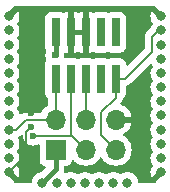
<source format=gtl>
%TF.GenerationSoftware,KiCad,Pcbnew,8.0.0*%
%TF.CreationDate,2024-03-20T21:34:19+01:00*%
%TF.ProjectId,BAT_SWD-Adapterboard,4241545f-5357-4442-9d41-646170746572,rev?*%
%TF.SameCoordinates,Original*%
%TF.FileFunction,Copper,L1,Top*%
%TF.FilePolarity,Positive*%
%FSLAX46Y46*%
G04 Gerber Fmt 4.6, Leading zero omitted, Abs format (unit mm)*
G04 Created by KiCad (PCBNEW 8.0.0) date 2024-03-20 21:34:19*
%MOMM*%
%LPD*%
G01*
G04 APERTURE LIST*
%TA.AperFunction,ComponentPad*%
%ADD10R,1.700000X1.700000*%
%TD*%
%TA.AperFunction,ComponentPad*%
%ADD11O,1.700000X1.700000*%
%TD*%
%TA.AperFunction,ComponentPad*%
%ADD12C,0.800000*%
%TD*%
%TA.AperFunction,SMDPad,CuDef*%
%ADD13R,0.760000X2.400000*%
%TD*%
%TA.AperFunction,ViaPad*%
%ADD14C,0.600000*%
%TD*%
%TA.AperFunction,Conductor*%
%ADD15C,0.200000*%
%TD*%
%TA.AperFunction,Conductor*%
%ADD16C,0.400000*%
%TD*%
G04 APERTURE END LIST*
D10*
%TO.P,J1,1,Pin_1*%
%TO.N,VCC*%
X172275000Y-81875000D03*
D11*
%TO.P,J1,2,Pin_2*%
%TO.N,/SWDIO*%
X172275000Y-79335000D03*
%TO.P,J1,3,Pin_3*%
%TO.N,/SWCLK*%
X174815000Y-81875000D03*
%TO.P,J1,4,Pin_4*%
%TO.N,/SWO*%
X174815000Y-79335000D03*
%TO.P,J1,5,Pin_5*%
%TO.N,/Reset*%
X177355000Y-81875000D03*
%TO.P,J1,6,Pin_6*%
%TO.N,GND*%
X177355000Y-79335000D03*
%TD*%
D12*
%TO.P,J3,31,Pin_31*%
%TO.N,GND*%
X181200000Y-70570200D03*
%TO.P,J3,30,Pin_30*%
%TO.N,/Reset*%
X181200000Y-71770200D03*
%TO.P,J3,29,Pin_29*%
%TO.N,unconnected-(J3-Pin_29-Pad29)*%
X181200000Y-72970200D03*
%TO.P,J3,28,Pin_28*%
%TO.N,unconnected-(J3-Pin_28-Pad28)*%
X181200000Y-74170200D03*
%TO.P,J3,27,Pin_27*%
%TO.N,unconnected-(J3-Pin_27-Pad27)*%
X181200000Y-75370200D03*
%TO.P,J3,26,Pin_26*%
%TO.N,unconnected-(J3-Pin_26-Pad26)*%
X181200000Y-76570200D03*
%TO.P,J3,25,Pin_25*%
%TO.N,unconnected-(J3-Pin_25-Pad25)*%
X181200000Y-77770200D03*
%TO.P,J3,24,Pin_24*%
%TO.N,unconnected-(J3-Pin_24-Pad24)*%
X181200000Y-78970200D03*
%TO.P,J3,23,Pin_23*%
%TO.N,unconnected-(J3-Pin_23-Pad23)*%
X181200000Y-80170200D03*
%TO.P,J3,22,Pin_22*%
%TO.N,unconnected-(J3-Pin_22-Pad22)*%
X181200000Y-81370200D03*
%TO.P,J3,21,Pin_21*%
%TO.N,unconnected-(J3-Pin_21-Pad21)*%
X181200000Y-82570200D03*
%TO.P,J3,20,Pin_20*%
%TO.N,GND*%
X181200000Y-83770200D03*
%TO.P,J3,19,Pin_19*%
%TO.N,unconnected-(J3-Pin_19-Pad19)*%
X178350000Y-84670200D03*
%TO.P,J3,18,Pin_18*%
%TO.N,unconnected-(J3-Pin_18-Pad18)*%
X177150000Y-84670200D03*
%TO.P,J3,17,Pin_17*%
%TO.N,unconnected-(J3-Pin_17-Pad17)*%
X175950000Y-84670200D03*
%TO.P,J3,16,Pin_16*%
%TO.N,unconnected-(J3-Pin_16-Pad16)*%
X174750000Y-84670200D03*
%TO.P,J3,15,Pin_15*%
%TO.N,unconnected-(J3-Pin_15-Pad15)*%
X173550000Y-84670200D03*
%TO.P,J3,14,Pin_14*%
%TO.N,unconnected-(J3-Pin_14-Pad14)*%
X172350000Y-84670200D03*
%TO.P,J3,13,Pin_13*%
%TO.N,VCC*%
X171150000Y-84670200D03*
%TO.P,J3,12,Pin_12*%
%TO.N,GND*%
X168300000Y-83770200D03*
%TO.P,J3,11,Pin_11*%
%TO.N,unconnected-(J3-Pin_11-Pad11)*%
X168300000Y-82570200D03*
%TO.P,J3,10,Pin_10*%
%TO.N,/SWO*%
X168300000Y-81370200D03*
%TO.P,J3,9,Pin_9*%
%TO.N,/SWDIO*%
X168300000Y-80170200D03*
%TO.P,J3,8,Pin_8*%
%TO.N,/SWCLK*%
X168300000Y-78970200D03*
%TO.P,J3,7,Pin_7*%
%TO.N,unconnected-(J3-Pin_7-Pad7)*%
X168300000Y-77770200D03*
%TO.P,J3,6,Pin_6*%
%TO.N,unconnected-(J3-Pin_6-Pad6)*%
X168300000Y-76570200D03*
%TO.P,J3,5,Pin_5*%
%TO.N,unconnected-(J3-Pin_5-Pad5)*%
X168300000Y-75370200D03*
%TO.P,J3,4,Pin_4*%
%TO.N,unconnected-(J3-Pin_4-Pad4)*%
X168300000Y-74170200D03*
%TO.P,J3,3,Pin_3*%
%TO.N,unconnected-(J3-Pin_3-Pad3)*%
X168300000Y-72970200D03*
%TO.P,J3,2,Pin_2*%
%TO.N,unconnected-(J3-Pin_2-Pad2)*%
X168300000Y-71770200D03*
%TO.P,J3,1,Pin_1*%
%TO.N,GND*%
X168300000Y-70570200D03*
%TD*%
D13*
%TO.P,J2,1,1*%
%TO.N,VCC*%
X172260000Y-71950000D03*
%TO.P,J2,2,2*%
%TO.N,/SWDIO*%
X172260000Y-75850000D03*
%TO.P,J2,3,3*%
%TO.N,GND*%
X173530000Y-71950000D03*
%TO.P,J2,4,4*%
%TO.N,/SWCLK*%
X173530000Y-75850000D03*
%TO.P,J2,5,5*%
%TO.N,GND*%
X174800000Y-71950000D03*
%TO.P,J2,6,6*%
%TO.N,/SWO*%
X174800000Y-75850000D03*
%TO.P,J2,7,7*%
%TO.N,unconnected-(J2-Pad7)*%
X176070000Y-71950000D03*
%TO.P,J2,8,8*%
%TO.N,unconnected-(J2-Pad8)*%
X176070000Y-75850000D03*
%TO.P,J2,9,9*%
%TO.N,unconnected-(J2-Pad9)*%
X177340000Y-71950000D03*
%TO.P,J2,10,10*%
%TO.N,/Reset*%
X177340000Y-75850000D03*
%TD*%
D14*
%TO.N,GND*%
X179400000Y-70600000D03*
X179400000Y-70600000D03*
X169900000Y-83800000D03*
X179800000Y-83800000D03*
X170200000Y-79935000D03*
X170200000Y-78735000D03*
X170200000Y-70600000D03*
X170200000Y-75400000D03*
%TO.N,/SWCLK*%
X170325735Y-80725735D03*
%TO.N,VCC*%
X172200000Y-73900000D03*
%TD*%
D15*
%TO.N,/Reset*%
X177340000Y-77460000D02*
X177340000Y-75850000D01*
X176100000Y-78700000D02*
X177340000Y-77460000D01*
X176100000Y-80620000D02*
X176100000Y-78700000D01*
X177355000Y-81875000D02*
X176100000Y-80620000D01*
X180980158Y-71770200D02*
X181200000Y-71770200D01*
X180411576Y-73588424D02*
X180411576Y-72338782D01*
X178150000Y-75850000D02*
X180411576Y-73588424D01*
X177340000Y-75850000D02*
X178150000Y-75850000D01*
X180411576Y-72338782D02*
X180980158Y-71770200D01*
D16*
%TO.N,VCC*%
X172260000Y-73840000D02*
X172260000Y-71650000D01*
X172200000Y-73900000D02*
X172260000Y-73840000D01*
D15*
%TO.N,/SWDIO*%
X172260000Y-75550000D02*
X172260000Y-79320000D01*
X172260000Y-79320000D02*
X172275000Y-79335000D01*
%TO.N,GND*%
X169725735Y-80409265D02*
X170200000Y-79935000D01*
X169725735Y-82344465D02*
X169725735Y-80409265D01*
X168300000Y-83770200D02*
X169725735Y-82344465D01*
%TO.N,/SWCLK*%
X173665000Y-80725000D02*
X174815000Y-81875000D01*
X170325735Y-80725735D02*
X170326470Y-80725000D01*
X170326470Y-80725000D02*
X173665000Y-80725000D01*
%TO.N,/SWDIO*%
X168329800Y-80200000D02*
X168300000Y-80170200D01*
X168900000Y-80200000D02*
X168329800Y-80200000D01*
X169765000Y-79335000D02*
X168900000Y-80200000D01*
X172275000Y-79335000D02*
X169765000Y-79335000D01*
D16*
%TO.N,VCC*%
X172275000Y-83545200D02*
X172275000Y-81875000D01*
X171150000Y-84670200D02*
X172275000Y-83545200D01*
D15*
%TO.N,/SWCLK*%
X173600000Y-75620000D02*
X173600000Y-80660000D01*
X173600000Y-80660000D02*
X174815000Y-81875000D01*
X173530000Y-75550000D02*
X173600000Y-75620000D01*
%TO.N,/SWO*%
X174800000Y-79320000D02*
X174815000Y-79335000D01*
X174800000Y-75550000D02*
X174800000Y-79320000D01*
%TD*%
%TA.AperFunction,Conductor*%
%TO.N,GND*%
G36*
X169439502Y-80612246D02*
G01*
X169495436Y-80654116D01*
X169519854Y-80719581D01*
X169520029Y-80724490D01*
X169540365Y-80904984D01*
X169540366Y-80904989D01*
X169599946Y-81075258D01*
X169666979Y-81181940D01*
X169695919Y-81227997D01*
X169823473Y-81355551D01*
X169976213Y-81451524D01*
X170146480Y-81511103D01*
X170146485Y-81511104D01*
X170325731Y-81531300D01*
X170325735Y-81531300D01*
X170325739Y-81531300D01*
X170504984Y-81511104D01*
X170504987Y-81511103D01*
X170504990Y-81511103D01*
X170675257Y-81451524D01*
X170734527Y-81414281D01*
X170801764Y-81395281D01*
X170868599Y-81415648D01*
X170913813Y-81468916D01*
X170924500Y-81519275D01*
X170924500Y-82772870D01*
X170924501Y-82772876D01*
X170930908Y-82832483D01*
X170981202Y-82967328D01*
X170981206Y-82967335D01*
X171067452Y-83082544D01*
X171067455Y-83082547D01*
X171182664Y-83168793D01*
X171182671Y-83168797D01*
X171317517Y-83219091D01*
X171317516Y-83219091D01*
X171324323Y-83219823D01*
X171388874Y-83246561D01*
X171428723Y-83303953D01*
X171431216Y-83373778D01*
X171398749Y-83430793D01*
X171087026Y-83742516D01*
X171025703Y-83776001D01*
X171025126Y-83776125D01*
X170870197Y-83809055D01*
X170870192Y-83809057D01*
X170697270Y-83886048D01*
X170697265Y-83886051D01*
X170544129Y-83997311D01*
X170417466Y-84137985D01*
X170322821Y-84301915D01*
X170322818Y-84301922D01*
X170264327Y-84481940D01*
X170264326Y-84481944D01*
X170253078Y-84588963D01*
X170226495Y-84653576D01*
X170169197Y-84693561D01*
X170129758Y-84700000D01*
X168860330Y-84700000D01*
X168793291Y-84680315D01*
X168747536Y-84627511D01*
X168738094Y-84561846D01*
X168300000Y-84123752D01*
X168300000Y-84020200D01*
X168349728Y-84020200D01*
X168441614Y-83982140D01*
X168511940Y-83911814D01*
X168550000Y-83819928D01*
X168550000Y-83720472D01*
X168511940Y-83628588D01*
X169088253Y-84204901D01*
X169126720Y-84138276D01*
X169185180Y-83958354D01*
X169204956Y-83770200D01*
X169185180Y-83582045D01*
X169126721Y-83402127D01*
X169126716Y-83402115D01*
X169028877Y-83232651D01*
X169031788Y-83230970D01*
X169012570Y-83179586D01*
X169027360Y-83111299D01*
X169029382Y-83108101D01*
X169029284Y-83108044D01*
X169063354Y-83049032D01*
X169127179Y-82938484D01*
X169185674Y-82758456D01*
X169205460Y-82570200D01*
X169185674Y-82381944D01*
X169127179Y-82201916D01*
X169032533Y-82037984D01*
X169029284Y-82032356D01*
X169031929Y-82030828D01*
X169012779Y-81977621D01*
X169028417Y-81909523D01*
X169029344Y-81908079D01*
X169029284Y-81908044D01*
X169053071Y-81866842D01*
X169127179Y-81738484D01*
X169185674Y-81558456D01*
X169205460Y-81370200D01*
X169185674Y-81181944D01*
X169127179Y-81001916D01*
X169085393Y-80929541D01*
X169068921Y-80861643D01*
X169091774Y-80795616D01*
X169130779Y-80760157D01*
X169131782Y-80759577D01*
X169131785Y-80759577D01*
X169181904Y-80730639D01*
X169268716Y-80680520D01*
X169308488Y-80640748D01*
X169369811Y-80607262D01*
X169439502Y-80612246D01*
G37*
%TD.AperFunction*%
%TA.AperFunction,Conductor*%
G36*
X180366847Y-74584900D02*
G01*
X180422780Y-74626772D01*
X180430900Y-74639081D01*
X180470716Y-74708043D01*
X180468149Y-74709524D01*
X180487250Y-74763298D01*
X180471327Y-74831329D01*
X180470680Y-74832335D01*
X180470716Y-74832356D01*
X180372821Y-75001915D01*
X180372818Y-75001922D01*
X180314327Y-75181940D01*
X180314326Y-75181944D01*
X180294540Y-75370200D01*
X180314326Y-75558456D01*
X180314327Y-75558459D01*
X180372818Y-75738477D01*
X180372821Y-75738484D01*
X180470716Y-75908044D01*
X180468150Y-75909525D01*
X180487250Y-75963298D01*
X180471327Y-76031329D01*
X180470680Y-76032335D01*
X180470716Y-76032356D01*
X180372821Y-76201915D01*
X180372818Y-76201922D01*
X180314750Y-76380639D01*
X180314326Y-76381944D01*
X180294540Y-76570200D01*
X180314326Y-76758456D01*
X180314327Y-76758459D01*
X180372818Y-76938477D01*
X180372821Y-76938484D01*
X180470716Y-77108044D01*
X180468150Y-77109525D01*
X180487250Y-77163298D01*
X180471327Y-77231329D01*
X180470680Y-77232335D01*
X180470716Y-77232356D01*
X180372821Y-77401915D01*
X180372818Y-77401922D01*
X180318147Y-77570183D01*
X180314326Y-77581944D01*
X180294540Y-77770200D01*
X180314326Y-77958456D01*
X180314327Y-77958459D01*
X180372818Y-78138477D01*
X180372821Y-78138484D01*
X180470716Y-78308044D01*
X180468150Y-78309525D01*
X180487250Y-78363298D01*
X180471327Y-78431329D01*
X180470680Y-78432335D01*
X180470716Y-78432356D01*
X180372821Y-78601915D01*
X180372818Y-78601922D01*
X180316444Y-78775426D01*
X180314326Y-78781944D01*
X180294540Y-78970200D01*
X180314326Y-79158456D01*
X180314327Y-79158459D01*
X180372818Y-79338477D01*
X180372821Y-79338484D01*
X180470716Y-79508044D01*
X180468150Y-79509525D01*
X180487250Y-79563298D01*
X180471327Y-79631329D01*
X180470680Y-79632335D01*
X180470716Y-79632356D01*
X180372821Y-79801915D01*
X180372818Y-79801922D01*
X180327835Y-79940367D01*
X180314326Y-79981944D01*
X180294540Y-80170200D01*
X180314326Y-80358456D01*
X180314327Y-80358459D01*
X180372818Y-80538477D01*
X180372821Y-80538484D01*
X180470716Y-80708044D01*
X180468150Y-80709525D01*
X180487250Y-80763298D01*
X180471327Y-80831329D01*
X180470680Y-80832335D01*
X180470716Y-80832356D01*
X180372821Y-81001915D01*
X180372818Y-81001922D01*
X180314327Y-81181940D01*
X180314326Y-81181944D01*
X180294540Y-81370200D01*
X180314326Y-81558456D01*
X180314327Y-81558459D01*
X180372818Y-81738477D01*
X180372821Y-81738484D01*
X180470716Y-81908044D01*
X180468150Y-81909525D01*
X180487250Y-81963298D01*
X180471327Y-82031329D01*
X180470680Y-82032335D01*
X180470716Y-82032356D01*
X180372821Y-82201915D01*
X180372818Y-82201922D01*
X180314327Y-82381940D01*
X180314326Y-82381944D01*
X180294540Y-82570200D01*
X180314326Y-82758456D01*
X180314327Y-82758459D01*
X180372818Y-82938477D01*
X180372821Y-82938484D01*
X180470716Y-83108044D01*
X180468260Y-83109461D01*
X180487553Y-83163591D01*
X180471705Y-83231639D01*
X180471079Y-83232625D01*
X180471123Y-83232651D01*
X180373283Y-83402115D01*
X180373278Y-83402127D01*
X180314819Y-83582045D01*
X180295043Y-83770200D01*
X180314819Y-83958354D01*
X180373278Y-84138272D01*
X180373281Y-84138279D01*
X180411745Y-84204900D01*
X180988059Y-83628587D01*
X180950000Y-83720472D01*
X180950000Y-83819928D01*
X180988060Y-83911814D01*
X181058386Y-83982140D01*
X181150272Y-84020200D01*
X181200000Y-84020200D01*
X181200000Y-84123750D01*
X180760590Y-84563160D01*
X180754455Y-84622907D01*
X180710873Y-84677518D01*
X180644685Y-84699899D01*
X180639669Y-84700000D01*
X179370242Y-84700000D01*
X179303203Y-84680315D01*
X179257448Y-84627511D01*
X179246922Y-84588964D01*
X179235674Y-84481944D01*
X179177179Y-84301916D01*
X179082533Y-84137984D01*
X178955871Y-83997312D01*
X178955870Y-83997311D01*
X178802734Y-83886051D01*
X178802729Y-83886048D01*
X178629807Y-83809057D01*
X178629802Y-83809055D01*
X178484001Y-83778065D01*
X178444646Y-83769700D01*
X178255354Y-83769700D01*
X178222897Y-83776598D01*
X178070197Y-83809055D01*
X178070192Y-83809057D01*
X177897270Y-83886048D01*
X177897265Y-83886051D01*
X177822885Y-83940092D01*
X177757079Y-83963572D01*
X177689025Y-83947746D01*
X177677115Y-83940092D01*
X177602734Y-83886051D01*
X177602729Y-83886048D01*
X177429807Y-83809057D01*
X177429802Y-83809055D01*
X177284001Y-83778065D01*
X177244646Y-83769700D01*
X177055354Y-83769700D01*
X177022897Y-83776598D01*
X176870197Y-83809055D01*
X176870192Y-83809057D01*
X176697270Y-83886048D01*
X176697265Y-83886051D01*
X176622885Y-83940092D01*
X176557079Y-83963572D01*
X176489025Y-83947746D01*
X176477115Y-83940092D01*
X176402734Y-83886051D01*
X176402729Y-83886048D01*
X176229807Y-83809057D01*
X176229802Y-83809055D01*
X176084001Y-83778065D01*
X176044646Y-83769700D01*
X175855354Y-83769700D01*
X175822897Y-83776598D01*
X175670197Y-83809055D01*
X175670192Y-83809057D01*
X175497270Y-83886048D01*
X175497265Y-83886051D01*
X175422885Y-83940092D01*
X175357079Y-83963572D01*
X175289025Y-83947746D01*
X175277115Y-83940092D01*
X175202734Y-83886051D01*
X175202729Y-83886048D01*
X175029807Y-83809057D01*
X175029802Y-83809055D01*
X174884001Y-83778065D01*
X174844646Y-83769700D01*
X174655354Y-83769700D01*
X174622897Y-83776598D01*
X174470197Y-83809055D01*
X174470192Y-83809057D01*
X174297270Y-83886048D01*
X174297265Y-83886051D01*
X174222885Y-83940092D01*
X174157079Y-83963572D01*
X174089025Y-83947746D01*
X174077115Y-83940092D01*
X174002734Y-83886051D01*
X174002729Y-83886048D01*
X173829807Y-83809057D01*
X173829802Y-83809055D01*
X173684001Y-83778065D01*
X173644646Y-83769700D01*
X173455354Y-83769700D01*
X173405375Y-83780323D01*
X173270199Y-83809055D01*
X173123110Y-83874544D01*
X173053860Y-83883828D01*
X172990583Y-83854200D01*
X172953370Y-83795065D01*
X172951057Y-83737073D01*
X172953934Y-83722609D01*
X172975500Y-83614193D01*
X172975500Y-83349499D01*
X172995185Y-83282460D01*
X173047989Y-83236705D01*
X173099500Y-83225499D01*
X173172871Y-83225499D01*
X173172872Y-83225499D01*
X173232483Y-83219091D01*
X173367331Y-83168796D01*
X173482546Y-83082546D01*
X173568796Y-82967331D01*
X173617810Y-82835916D01*
X173659681Y-82779984D01*
X173725145Y-82755566D01*
X173793418Y-82770417D01*
X173821673Y-82791569D01*
X173943599Y-82913495D01*
X174040384Y-82981265D01*
X174137165Y-83049032D01*
X174137167Y-83049033D01*
X174137170Y-83049035D01*
X174351337Y-83148903D01*
X174579592Y-83210063D01*
X174756034Y-83225500D01*
X174814999Y-83230659D01*
X174815000Y-83230659D01*
X174815001Y-83230659D01*
X174873966Y-83225500D01*
X175050408Y-83210063D01*
X175278663Y-83148903D01*
X175492830Y-83049035D01*
X175686401Y-82913495D01*
X175853495Y-82746401D01*
X175983425Y-82560842D01*
X176038002Y-82517217D01*
X176107500Y-82510023D01*
X176169855Y-82541546D01*
X176186575Y-82560842D01*
X176316500Y-82746395D01*
X176316505Y-82746401D01*
X176483599Y-82913495D01*
X176580384Y-82981265D01*
X176677165Y-83049032D01*
X176677167Y-83049033D01*
X176677170Y-83049035D01*
X176891337Y-83148903D01*
X177119592Y-83210063D01*
X177296034Y-83225500D01*
X177354999Y-83230659D01*
X177355000Y-83230659D01*
X177355001Y-83230659D01*
X177413966Y-83225500D01*
X177590408Y-83210063D01*
X177818663Y-83148903D01*
X178032830Y-83049035D01*
X178226401Y-82913495D01*
X178393495Y-82746401D01*
X178529035Y-82552830D01*
X178628903Y-82338663D01*
X178690063Y-82110408D01*
X178710659Y-81875000D01*
X178690063Y-81639592D01*
X178628903Y-81411337D01*
X178529035Y-81197171D01*
X178518371Y-81181940D01*
X178393494Y-81003597D01*
X178226402Y-80836506D01*
X178226401Y-80836505D01*
X178040405Y-80706269D01*
X177996781Y-80651692D01*
X177989588Y-80582193D01*
X178021110Y-80519839D01*
X178040405Y-80503119D01*
X178226082Y-80373105D01*
X178393105Y-80206082D01*
X178528600Y-80012578D01*
X178628429Y-79798492D01*
X178628432Y-79798486D01*
X178685636Y-79585000D01*
X177788012Y-79585000D01*
X177820925Y-79527993D01*
X177855000Y-79400826D01*
X177855000Y-79269174D01*
X177820925Y-79142007D01*
X177788012Y-79085000D01*
X178685636Y-79085000D01*
X178685635Y-79084999D01*
X178628432Y-78871513D01*
X178628429Y-78871507D01*
X178528600Y-78657422D01*
X178528599Y-78657420D01*
X178393113Y-78463926D01*
X178393108Y-78463920D01*
X178226082Y-78296894D01*
X178032578Y-78161399D01*
X177821570Y-78063005D01*
X177769131Y-78016833D01*
X177749979Y-77949639D01*
X177770195Y-77882758D01*
X177786295Y-77862941D01*
X177820520Y-77828716D01*
X177870639Y-77741904D01*
X177899577Y-77691785D01*
X177939087Y-77544331D01*
X177975450Y-77484675D01*
X177984539Y-77477171D01*
X178077546Y-77407546D01*
X178163796Y-77292331D01*
X178214091Y-77157483D01*
X178220500Y-77097873D01*
X178220500Y-76547941D01*
X178240185Y-76480902D01*
X178292989Y-76435147D01*
X178312395Y-76428170D01*
X178381785Y-76409577D01*
X178431904Y-76380639D01*
X178518716Y-76330520D01*
X178630520Y-76218716D01*
X178630520Y-76218714D01*
X178640728Y-76208507D01*
X178640730Y-76208504D01*
X180235834Y-74613399D01*
X180297155Y-74579916D01*
X180366847Y-74584900D01*
G37*
%TD.AperFunction*%
%TA.AperFunction,Conductor*%
G36*
X168369730Y-83490385D02*
G01*
X168390372Y-83507019D01*
X168441612Y-83558259D01*
X168349728Y-83520200D01*
X168300000Y-83520200D01*
X168300000Y-83470700D01*
X168302691Y-83470700D01*
X168369730Y-83490385D01*
G37*
%TD.AperFunction*%
%TA.AperFunction,Conductor*%
G36*
X181200000Y-83520200D02*
G01*
X181150272Y-83520200D01*
X181058387Y-83558259D01*
X181109628Y-83507019D01*
X181170951Y-83473534D01*
X181197309Y-83470700D01*
X181200000Y-83470700D01*
X181200000Y-83520200D01*
G37*
%TD.AperFunction*%
%TA.AperFunction,Conductor*%
G36*
X180699029Y-69719685D02*
G01*
X180719671Y-69736319D01*
X181200000Y-70216648D01*
X181200000Y-70320200D01*
X181150272Y-70320200D01*
X181058386Y-70358260D01*
X180988060Y-70428586D01*
X180950000Y-70520472D01*
X180950000Y-70619928D01*
X180988059Y-70711812D01*
X180411745Y-70135498D01*
X180373279Y-70202123D01*
X180314819Y-70382045D01*
X180295043Y-70570200D01*
X180314819Y-70758354D01*
X180373278Y-70938272D01*
X180373283Y-70938284D01*
X180471123Y-71107749D01*
X180468727Y-71109131D01*
X180487627Y-71164182D01*
X180470985Y-71232040D01*
X180470219Y-71233217D01*
X180372821Y-71401915D01*
X180372819Y-71401919D01*
X180321189Y-71560820D01*
X180290939Y-71610182D01*
X180042862Y-71858260D01*
X179931057Y-71970064D01*
X179931053Y-71970069D01*
X179912629Y-72001983D01*
X179912628Y-72001985D01*
X179851999Y-72106997D01*
X179811075Y-72259725D01*
X179811075Y-72259727D01*
X179811075Y-72427828D01*
X179811076Y-72427841D01*
X179811076Y-73288326D01*
X179791391Y-73355365D01*
X179774757Y-73376007D01*
X178432180Y-74718584D01*
X178370857Y-74752069D01*
X178301165Y-74747085D01*
X178245232Y-74705213D01*
X178220815Y-74639749D01*
X178220499Y-74630903D01*
X178220499Y-74602129D01*
X178220498Y-74602123D01*
X178220497Y-74602116D01*
X178214091Y-74542517D01*
X178212584Y-74538477D01*
X178163797Y-74407671D01*
X178163793Y-74407664D01*
X178077547Y-74292455D01*
X178077544Y-74292452D01*
X177962335Y-74206206D01*
X177962328Y-74206202D01*
X177827482Y-74155908D01*
X177827483Y-74155908D01*
X177767883Y-74149501D01*
X177767881Y-74149500D01*
X177767873Y-74149500D01*
X177767864Y-74149500D01*
X176912129Y-74149500D01*
X176912123Y-74149501D01*
X176852515Y-74155909D01*
X176748332Y-74194766D01*
X176678641Y-74199750D01*
X176661668Y-74194766D01*
X176557485Y-74155909D01*
X176557483Y-74155908D01*
X176497883Y-74149501D01*
X176497881Y-74149500D01*
X176497873Y-74149500D01*
X176497864Y-74149500D01*
X175642129Y-74149500D01*
X175642123Y-74149501D01*
X175582515Y-74155909D01*
X175478332Y-74194766D01*
X175408641Y-74199750D01*
X175391668Y-74194766D01*
X175287485Y-74155909D01*
X175287483Y-74155908D01*
X175227883Y-74149501D01*
X175227881Y-74149500D01*
X175227873Y-74149500D01*
X175227864Y-74149500D01*
X174372129Y-74149500D01*
X174372123Y-74149501D01*
X174312515Y-74155909D01*
X174208332Y-74194766D01*
X174138641Y-74199750D01*
X174121668Y-74194766D01*
X174017485Y-74155909D01*
X174017483Y-74155908D01*
X173957883Y-74149501D01*
X173957881Y-74149500D01*
X173957873Y-74149500D01*
X173957865Y-74149500D01*
X173116209Y-74149500D01*
X173049170Y-74129815D01*
X173003415Y-74077011D01*
X172992989Y-74011616D01*
X173005565Y-73900002D01*
X173005565Y-73899996D01*
X172992933Y-73787883D01*
X173004987Y-73719062D01*
X173052337Y-73667682D01*
X173116153Y-73650000D01*
X173280000Y-73650000D01*
X173280000Y-72200000D01*
X173780000Y-72200000D01*
X173780000Y-73650000D01*
X173957828Y-73650000D01*
X173957844Y-73649999D01*
X174017372Y-73643598D01*
X174017376Y-73643597D01*
X174121666Y-73604699D01*
X174191357Y-73599715D01*
X174208334Y-73604699D01*
X174312623Y-73643597D01*
X174312627Y-73643598D01*
X174372155Y-73649999D01*
X174372172Y-73650000D01*
X174550000Y-73650000D01*
X175050000Y-73650000D01*
X175227828Y-73650000D01*
X175227844Y-73649999D01*
X175287372Y-73643598D01*
X175287376Y-73643597D01*
X175390951Y-73604966D01*
X175460643Y-73599982D01*
X175477614Y-73604965D01*
X175582517Y-73644091D01*
X175582516Y-73644091D01*
X175589444Y-73644835D01*
X175642127Y-73650500D01*
X176497872Y-73650499D01*
X176557483Y-73644091D01*
X176661670Y-73605231D01*
X176731358Y-73600248D01*
X176748317Y-73605227D01*
X176852517Y-73644091D01*
X176912127Y-73650500D01*
X177767872Y-73650499D01*
X177827483Y-73644091D01*
X177962331Y-73593796D01*
X178077546Y-73507546D01*
X178163796Y-73392331D01*
X178214091Y-73257483D01*
X178220500Y-73197873D01*
X178220499Y-70702128D01*
X178214091Y-70642517D01*
X178163796Y-70507669D01*
X178163795Y-70507668D01*
X178163793Y-70507664D01*
X178077547Y-70392455D01*
X178077544Y-70392452D01*
X177962335Y-70306206D01*
X177962328Y-70306202D01*
X177827482Y-70255908D01*
X177827483Y-70255908D01*
X177767883Y-70249501D01*
X177767881Y-70249500D01*
X177767873Y-70249500D01*
X177767864Y-70249500D01*
X176912129Y-70249500D01*
X176912123Y-70249501D01*
X176852515Y-70255909D01*
X176748332Y-70294766D01*
X176678641Y-70299750D01*
X176661668Y-70294766D01*
X176557485Y-70255909D01*
X176557483Y-70255908D01*
X176497883Y-70249501D01*
X176497881Y-70249500D01*
X176497873Y-70249500D01*
X176497864Y-70249500D01*
X175642129Y-70249500D01*
X175642123Y-70249501D01*
X175582516Y-70255908D01*
X175477618Y-70295033D01*
X175407926Y-70300017D01*
X175390952Y-70295033D01*
X175287379Y-70256403D01*
X175287372Y-70256401D01*
X175227844Y-70250000D01*
X175050000Y-70250000D01*
X175050000Y-73650000D01*
X174550000Y-73650000D01*
X174550000Y-72200000D01*
X173780000Y-72200000D01*
X173280000Y-72200000D01*
X173280000Y-70250000D01*
X173780000Y-70250000D01*
X173780000Y-71700000D01*
X174550000Y-71700000D01*
X174550000Y-70250000D01*
X174372155Y-70250000D01*
X174312627Y-70256401D01*
X174312617Y-70256403D01*
X174208332Y-70295299D01*
X174138641Y-70300283D01*
X174121668Y-70295299D01*
X174017382Y-70256403D01*
X174017372Y-70256401D01*
X173957844Y-70250000D01*
X173780000Y-70250000D01*
X173280000Y-70250000D01*
X173102155Y-70250000D01*
X173042627Y-70256401D01*
X173042619Y-70256403D01*
X172939047Y-70295033D01*
X172869355Y-70300017D01*
X172852381Y-70295033D01*
X172747482Y-70255908D01*
X172747483Y-70255908D01*
X172687883Y-70249501D01*
X172687881Y-70249500D01*
X172687873Y-70249500D01*
X172687864Y-70249500D01*
X171832129Y-70249500D01*
X171832123Y-70249501D01*
X171772516Y-70255908D01*
X171637671Y-70306202D01*
X171637664Y-70306206D01*
X171522455Y-70392452D01*
X171522452Y-70392455D01*
X171436206Y-70507664D01*
X171436202Y-70507671D01*
X171385908Y-70642517D01*
X171379501Y-70702116D01*
X171379501Y-70702123D01*
X171379500Y-70702135D01*
X171379500Y-73197870D01*
X171379501Y-73197876D01*
X171385908Y-73257483D01*
X171436202Y-73392328D01*
X171436203Y-73392329D01*
X171436204Y-73392331D01*
X171460556Y-73424861D01*
X171484973Y-73490325D01*
X171474851Y-73543325D01*
X171476510Y-73543906D01*
X171414633Y-73720737D01*
X171414630Y-73720750D01*
X171394435Y-73899996D01*
X171394435Y-73900003D01*
X171414630Y-74079249D01*
X171414633Y-74079262D01*
X171476510Y-74256094D01*
X171474613Y-74256757D01*
X171484359Y-74315977D01*
X171460557Y-74375135D01*
X171436205Y-74407666D01*
X171436202Y-74407671D01*
X171385908Y-74542517D01*
X171381888Y-74579916D01*
X171379501Y-74602123D01*
X171379500Y-74602135D01*
X171379500Y-77097870D01*
X171379501Y-77097876D01*
X171385908Y-77157483D01*
X171436202Y-77292328D01*
X171436206Y-77292335D01*
X171505358Y-77384709D01*
X171522454Y-77407546D01*
X171609811Y-77472942D01*
X171651682Y-77528875D01*
X171659500Y-77572208D01*
X171659500Y-78053387D01*
X171639815Y-78120426D01*
X171601187Y-78157263D01*
X171601605Y-78157860D01*
X171597677Y-78160609D01*
X171597514Y-78160766D01*
X171597176Y-78160961D01*
X171403597Y-78296505D01*
X171236506Y-78463596D01*
X171100965Y-78657170D01*
X171100962Y-78657175D01*
X171098289Y-78662909D01*
X171052115Y-78715346D01*
X170985909Y-78734500D01*
X169851670Y-78734500D01*
X169851654Y-78734499D01*
X169844058Y-78734499D01*
X169685943Y-78734499D01*
X169609579Y-78754961D01*
X169533214Y-78775423D01*
X169533209Y-78775426D01*
X169396290Y-78854475D01*
X169389839Y-78859426D01*
X169389032Y-78858375D01*
X169335096Y-78887821D01*
X169265405Y-78882830D01*
X169209475Y-78840954D01*
X169188694Y-78787941D01*
X169187024Y-78788297D01*
X169185674Y-78781949D01*
X169185674Y-78781944D01*
X169127179Y-78601916D01*
X169032533Y-78437984D01*
X169029284Y-78432356D01*
X169031929Y-78430828D01*
X169012779Y-78377621D01*
X169028417Y-78309523D01*
X169029344Y-78308079D01*
X169029284Y-78308044D01*
X169086066Y-78209694D01*
X169127179Y-78138484D01*
X169185674Y-77958456D01*
X169205460Y-77770200D01*
X169185674Y-77581944D01*
X169127179Y-77401916D01*
X169063910Y-77292331D01*
X169029284Y-77232356D01*
X169031929Y-77230828D01*
X169012779Y-77177621D01*
X169028417Y-77109523D01*
X169029344Y-77108079D01*
X169029284Y-77108044D01*
X169053071Y-77066842D01*
X169127179Y-76938484D01*
X169185674Y-76758456D01*
X169205460Y-76570200D01*
X169185674Y-76381944D01*
X169127179Y-76201916D01*
X169032533Y-76037984D01*
X169029284Y-76032356D01*
X169031929Y-76030828D01*
X169012779Y-75977621D01*
X169028417Y-75909523D01*
X169029344Y-75908079D01*
X169029284Y-75908044D01*
X169053071Y-75866842D01*
X169127179Y-75738484D01*
X169185674Y-75558456D01*
X169205460Y-75370200D01*
X169185674Y-75181944D01*
X169127179Y-75001916D01*
X169032533Y-74837984D01*
X169029284Y-74832356D01*
X169031929Y-74830828D01*
X169012779Y-74777621D01*
X169028417Y-74709523D01*
X169029344Y-74708079D01*
X169029284Y-74708044D01*
X169076206Y-74626772D01*
X169127179Y-74538484D01*
X169185674Y-74358456D01*
X169205460Y-74170200D01*
X169185674Y-73981944D01*
X169127179Y-73801916D01*
X169039758Y-73650498D01*
X169029284Y-73632356D01*
X169031929Y-73630828D01*
X169012779Y-73577621D01*
X169028417Y-73509523D01*
X169029344Y-73508079D01*
X169029284Y-73508044D01*
X169096090Y-73392331D01*
X169127179Y-73338484D01*
X169185674Y-73158456D01*
X169205460Y-72970200D01*
X169185674Y-72781944D01*
X169127179Y-72601916D01*
X169032533Y-72437984D01*
X169029284Y-72432356D01*
X169031929Y-72430828D01*
X169012779Y-72377621D01*
X169028417Y-72309523D01*
X169029344Y-72308079D01*
X169029284Y-72308044D01*
X169057181Y-72259725D01*
X169127179Y-72138484D01*
X169185674Y-71958456D01*
X169205460Y-71770200D01*
X169185674Y-71581944D01*
X169127179Y-71401916D01*
X169032533Y-71237984D01*
X169029284Y-71232356D01*
X169031745Y-71230934D01*
X169012448Y-71176846D01*
X169028275Y-71108793D01*
X169028946Y-71107788D01*
X169028877Y-71107749D01*
X169126716Y-70938284D01*
X169126721Y-70938272D01*
X169185180Y-70758354D01*
X169204956Y-70570200D01*
X169185180Y-70382045D01*
X169126721Y-70202127D01*
X169126718Y-70202120D01*
X169088253Y-70135497D01*
X168511941Y-70711811D01*
X168550000Y-70619928D01*
X168550000Y-70520472D01*
X168511940Y-70428586D01*
X168441614Y-70358260D01*
X168349728Y-70320200D01*
X168300000Y-70320200D01*
X168300000Y-70216647D01*
X168780328Y-69736319D01*
X168841651Y-69702834D01*
X168868009Y-69700000D01*
X180631990Y-69700000D01*
X180699029Y-69719685D01*
G37*
%TD.AperFunction*%
%TA.AperFunction,Conductor*%
G36*
X168390372Y-70833381D02*
G01*
X168329049Y-70866866D01*
X168302691Y-70869700D01*
X168300000Y-70869700D01*
X168300000Y-70820200D01*
X168349728Y-70820200D01*
X168441611Y-70782140D01*
X168390372Y-70833381D01*
G37*
%TD.AperFunction*%
%TA.AperFunction,Conductor*%
G36*
X181150272Y-70820200D02*
G01*
X181200000Y-70820200D01*
X181200000Y-70869700D01*
X181197309Y-70869700D01*
X181130270Y-70850015D01*
X181109628Y-70833381D01*
X181058387Y-70782140D01*
X181150272Y-70820200D01*
G37*
%TD.AperFunction*%
%TD*%
M02*

</source>
